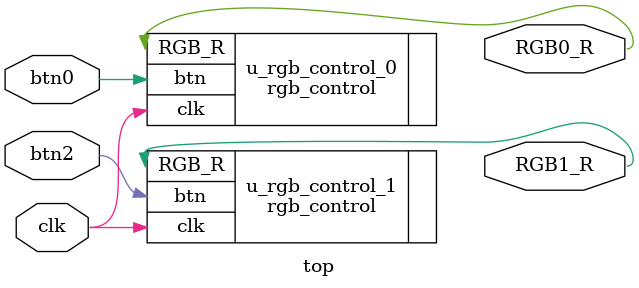
<source format=v>
module top(
    input wire clk,           // Clock input
    input wire btn0,          // Button 0 input
    input wire btn2,          // Button 2 input
    output wire RGB0_R,       // Red component of RGB0 LED
    output wire RGB1_R        // Red component of RGB1 LED
);
    // Instantiate the rgb_control module for RGB0
    rgb_control u_rgb_control_0 (
        .clk(clk),
        .btn(btn0),
        .RGB_R(RGB0_R)
    );

    // Instantiate the rgb_control module for RGB1
    rgb_control u_rgb_control_1 (
        .clk(clk),
        .btn(btn2),
        .RGB_R(RGB1_R)
    );
endmodule
</source>
